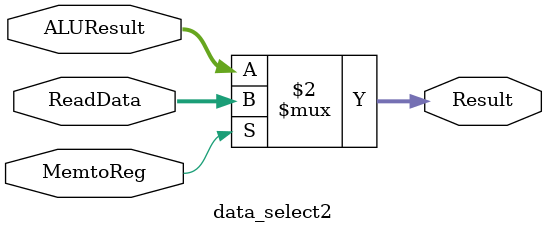
<source format=v>
`timescale 1ns / 1ps
module data_select2(
input [31:0] ALUResult,
input [31:0] ReadData,
input MemtoReg,
output  [31:0] Result
    );

assign Result = (MemtoReg == 1'b0 ? ALUResult : ReadData);

endmodule

</source>
